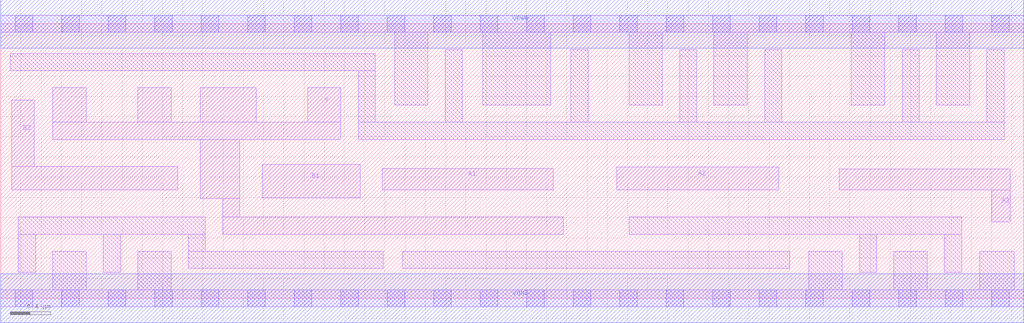
<source format=lef>
# Copyright 2020 The SkyWater PDK Authors
#
# Licensed under the Apache License, Version 2.0 (the "License");
# you may not use this file except in compliance with the License.
# You may obtain a copy of the License at
#
#     https://www.apache.org/licenses/LICENSE-2.0
#
# Unless required by applicable law or agreed to in writing, software
# distributed under the License is distributed on an "AS IS" BASIS,
# WITHOUT WARRANTIES OR CONDITIONS OF ANY KIND, either express or implied.
# See the License for the specific language governing permissions and
# limitations under the License.
#
# SPDX-License-Identifier: Apache-2.0

VERSION 5.7 ;
  NAMESCASESENSITIVE ON ;
  NOWIREEXTENSIONATPIN ON ;
  DIVIDERCHAR "/" ;
  BUSBITCHARS "[]" ;
UNITS
  DATABASE MICRONS 200 ;
END UNITS
MACRO sky130_fd_sc_hd__a32oi_4
  CLASS CORE ;
  FOREIGN sky130_fd_sc_hd__a32oi_4 ;
  ORIGIN  0.000000  0.000000 ;
  SIZE  10.12000 BY  2.720000 ;
  SYMMETRY X Y R90 ;
  SITE unithd ;
  PIN A1
    ANTENNAGATEAREA  0.990000 ;
    DIRECTION INPUT ;
    USE SIGNAL ;
    PORT
      LAYER li1 ;
        RECT 3.775000 1.075000 5.465000 1.285000 ;
    END
  END A1
  PIN A2
    ANTENNAGATEAREA  0.990000 ;
    DIRECTION INPUT ;
    USE SIGNAL ;
    PORT
      LAYER li1 ;
        RECT 6.095000 1.075000 7.695000 1.300000 ;
    END
  END A2
  PIN A3
    ANTENNAGATEAREA  0.990000 ;
    DIRECTION INPUT ;
    USE SIGNAL ;
    PORT
      LAYER li1 ;
        RECT 8.295000 1.075000 9.985000 1.280000 ;
        RECT 9.805000 0.755000 9.985000 1.075000 ;
    END
  END A3
  PIN B1
    ANTENNAGATEAREA  0.990000 ;
    DIRECTION INPUT ;
    USE SIGNAL ;
    PORT
      LAYER li1 ;
        RECT 2.585000 0.995000 3.555000 1.325000 ;
    END
  END B1
  PIN B2
    ANTENNAGATEAREA  0.990000 ;
    DIRECTION INPUT ;
    USE SIGNAL ;
    PORT
      LAYER li1 ;
        RECT 0.110000 1.075000 1.750000 1.305000 ;
        RECT 0.110000 1.305000 0.330000 1.965000 ;
    END
  END B2
  PIN Y
    ANTENNADIFFAREA  1.782000 ;
    DIRECTION OUTPUT ;
    USE SIGNAL ;
    PORT
      LAYER li1 ;
        RECT 0.515000 1.575000 3.365000 1.745000 ;
        RECT 0.515000 1.745000 0.845000 2.085000 ;
        RECT 1.355000 1.745000 1.685000 2.085000 ;
        RECT 1.975000 0.990000 2.365000 1.575000 ;
        RECT 1.975000 1.745000 2.525000 2.085000 ;
        RECT 2.195000 0.635000 5.565000 0.805000 ;
        RECT 2.195000 0.805000 2.365000 0.990000 ;
        RECT 3.035000 1.745000 3.365000 2.085000 ;
    END
  END Y
  PIN VGND
    DIRECTION INOUT ;
    SHAPE ABUTMENT ;
    USE GROUND ;
    PORT
      LAYER met1 ;
        RECT 0.000000 -0.240000 10.120000 0.240000 ;
    END
  END VGND
  PIN VPWR
    DIRECTION INOUT ;
    SHAPE ABUTMENT ;
    USE POWER ;
    PORT
      LAYER met1 ;
        RECT 0.000000 2.480000 10.120000 2.960000 ;
    END
  END VPWR
  OBS
    LAYER li1 ;
      RECT 0.000000 -0.085000 10.120000 0.085000 ;
      RECT 0.000000  2.635000 10.120000 2.805000 ;
      RECT 0.095000  2.255000  3.705000 2.425000 ;
      RECT 0.175000  0.255000  0.345000 0.635000 ;
      RECT 0.175000  0.635000  2.025000 0.805000 ;
      RECT 0.515000  0.085000  0.845000 0.465000 ;
      RECT 1.015000  0.255000  1.185000 0.635000 ;
      RECT 1.355000  0.085000  1.685000 0.465000 ;
      RECT 1.855000  0.295000  3.785000 0.465000 ;
      RECT 1.855000  0.465000  2.025000 0.635000 ;
      RECT 3.535000  1.575000  9.925000 1.745000 ;
      RECT 3.535000  1.745000  3.705000 2.255000 ;
      RECT 3.895000  1.915000  4.225000 2.635000 ;
      RECT 3.975000  0.295000  7.805000 0.465000 ;
      RECT 4.395000  1.745000  4.565000 2.465000 ;
      RECT 4.770000  1.915000  5.440000 2.635000 ;
      RECT 5.640000  1.745000  5.810000 2.465000 ;
      RECT 6.215000  0.635000  9.505000 0.805000 ;
      RECT 6.215000  1.915000  6.545000 2.635000 ;
      RECT 6.715000  1.745000  6.885000 2.465000 ;
      RECT 7.055000  1.915000  7.385000 2.635000 ;
      RECT 7.555000  1.745000  7.725000 2.465000 ;
      RECT 7.995000  0.085000  8.325000 0.465000 ;
      RECT 8.415000  1.915000  8.745000 2.635000 ;
      RECT 8.495000  0.255000  8.665000 0.635000 ;
      RECT 8.835000  0.085000  9.165000 0.465000 ;
      RECT 8.915000  1.745000  9.085000 2.465000 ;
      RECT 9.255000  1.915000  9.585000 2.635000 ;
      RECT 9.335000  0.255000  9.505000 0.635000 ;
      RECT 9.685000  0.085000 10.025000 0.465000 ;
      RECT 9.755000  1.745000  9.925000 2.465000 ;
    LAYER mcon ;
      RECT 0.145000 -0.085000 0.315000 0.085000 ;
      RECT 0.145000  2.635000 0.315000 2.805000 ;
      RECT 0.605000 -0.085000 0.775000 0.085000 ;
      RECT 0.605000  2.635000 0.775000 2.805000 ;
      RECT 1.065000 -0.085000 1.235000 0.085000 ;
      RECT 1.065000  2.635000 1.235000 2.805000 ;
      RECT 1.525000 -0.085000 1.695000 0.085000 ;
      RECT 1.525000  2.635000 1.695000 2.805000 ;
      RECT 1.985000 -0.085000 2.155000 0.085000 ;
      RECT 1.985000  2.635000 2.155000 2.805000 ;
      RECT 2.445000 -0.085000 2.615000 0.085000 ;
      RECT 2.445000  2.635000 2.615000 2.805000 ;
      RECT 2.905000 -0.085000 3.075000 0.085000 ;
      RECT 2.905000  2.635000 3.075000 2.805000 ;
      RECT 3.365000 -0.085000 3.535000 0.085000 ;
      RECT 3.365000  2.635000 3.535000 2.805000 ;
      RECT 3.825000 -0.085000 3.995000 0.085000 ;
      RECT 3.825000  2.635000 3.995000 2.805000 ;
      RECT 4.285000 -0.085000 4.455000 0.085000 ;
      RECT 4.285000  2.635000 4.455000 2.805000 ;
      RECT 4.745000 -0.085000 4.915000 0.085000 ;
      RECT 4.745000  2.635000 4.915000 2.805000 ;
      RECT 5.205000 -0.085000 5.375000 0.085000 ;
      RECT 5.205000  2.635000 5.375000 2.805000 ;
      RECT 5.665000 -0.085000 5.835000 0.085000 ;
      RECT 5.665000  2.635000 5.835000 2.805000 ;
      RECT 6.125000 -0.085000 6.295000 0.085000 ;
      RECT 6.125000  2.635000 6.295000 2.805000 ;
      RECT 6.585000 -0.085000 6.755000 0.085000 ;
      RECT 6.585000  2.635000 6.755000 2.805000 ;
      RECT 7.045000 -0.085000 7.215000 0.085000 ;
      RECT 7.045000  2.635000 7.215000 2.805000 ;
      RECT 7.505000 -0.085000 7.675000 0.085000 ;
      RECT 7.505000  2.635000 7.675000 2.805000 ;
      RECT 7.965000 -0.085000 8.135000 0.085000 ;
      RECT 7.965000  2.635000 8.135000 2.805000 ;
      RECT 8.425000 -0.085000 8.595000 0.085000 ;
      RECT 8.425000  2.635000 8.595000 2.805000 ;
      RECT 8.885000 -0.085000 9.055000 0.085000 ;
      RECT 8.885000  2.635000 9.055000 2.805000 ;
      RECT 9.345000 -0.085000 9.515000 0.085000 ;
      RECT 9.345000  2.635000 9.515000 2.805000 ;
      RECT 9.805000 -0.085000 9.975000 0.085000 ;
      RECT 9.805000  2.635000 9.975000 2.805000 ;
  END
END sky130_fd_sc_hd__a32oi_4
END LIBRARY

</source>
